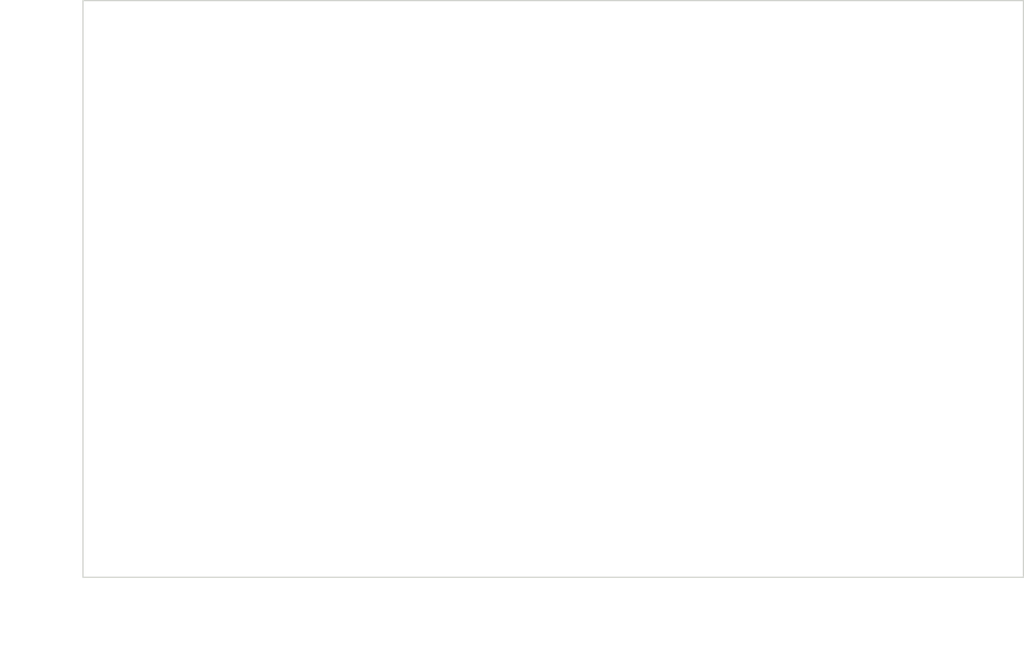
<source format=kicad_pcb>
(kicad_pcb (version 20171130) (host pcbnew "(5.1.0)-1")

  (general
    (thickness 1.6)
    (drawings 16)
    (tracks 0)
    (zones 0)
    (modules 0)
    (nets 1)
  )

  (page A4)
  (layers
    (0 F.Cu signal)
    (31 B.Cu signal)
    (32 B.Adhes user)
    (33 F.Adhes user)
    (34 B.Paste user)
    (35 F.Paste user)
    (36 B.SilkS user)
    (37 F.SilkS user)
    (38 B.Mask user)
    (39 F.Mask user)
    (40 Dwgs.User user)
    (41 Cmts.User user)
    (42 Eco1.User user)
    (43 Eco2.User user)
    (44 Edge.Cuts user)
    (45 Margin user)
    (46 B.CrtYd user)
    (47 F.CrtYd user)
    (48 B.Fab user)
    (49 F.Fab user)
  )

  (setup
    (last_trace_width 0.25)
    (trace_clearance 0.2)
    (zone_clearance 0.508)
    (zone_45_only no)
    (trace_min 0.2)
    (via_size 0.8)
    (via_drill 0.4)
    (via_min_size 0.4)
    (via_min_drill 0.3)
    (uvia_size 0.3)
    (uvia_drill 0.1)
    (uvias_allowed no)
    (uvia_min_size 0.2)
    (uvia_min_drill 0.1)
    (edge_width 0.05)
    (segment_width 0.2)
    (pcb_text_width 0.3)
    (pcb_text_size 1.5 1.5)
    (mod_edge_width 0.12)
    (mod_text_size 1 1)
    (mod_text_width 0.15)
    (pad_size 1.524 1.524)
    (pad_drill 0.762)
    (pad_to_mask_clearance 0.051)
    (solder_mask_min_width 0.25)
    (aux_axis_origin 0 0)
    (visible_elements FFFFFF7F)
    (pcbplotparams
      (layerselection 0x010fc_ffffffff)
      (usegerberextensions false)
      (usegerberattributes false)
      (usegerberadvancedattributes false)
      (creategerberjobfile false)
      (excludeedgelayer true)
      (linewidth 0.152400)
      (plotframeref false)
      (viasonmask false)
      (mode 1)
      (useauxorigin false)
      (hpglpennumber 1)
      (hpglpenspeed 20)
      (hpglpendiameter 15.000000)
      (psnegative false)
      (psa4output false)
      (plotreference true)
      (plotvalue true)
      (plotinvisibletext false)
      (padsonsilk false)
      (subtractmaskfromsilk false)
      (outputformat 1)
      (mirror false)
      (drillshape 1)
      (scaleselection 1)
      (outputdirectory ""))
  )

  (net 0 "")

  (net_class Default "This is the default net class."
    (clearance 0.2)
    (trace_width 0.25)
    (via_dia 0.8)
    (via_drill 0.4)
    (uvia_dia 0.3)
    (uvia_drill 0.1)
  )

  (gr_line (start 229.017605 36.035904) (end 70.017605 36.035904) (layer Edge.Cuts) (width 0.2))
  (gr_line (start 70.017605 36.035904) (end 70.017605 133.535904) (layer Edge.Cuts) (width 0.2))
  (gr_line (start 70.017605 133.535904) (end 229.017605 133.535904) (layer Edge.Cuts) (width 0.2))
  (gr_line (start 229.017605 133.535904) (end 229.017605 36.035904) (layer Edge.Cuts) (width 0.2))
  (gr_text [3.84] (at 60.017605 65.425366) (layer Dwgs.User)
    (effects (font (size 1.7 1.53) (thickness 0.2125)))
  )
  (gr_text " 97.50" (at 60.017605 61.86793) (layer Dwgs.User)
    (effects (font (size 1.7 1.53) (thickness 0.2125)))
  )
  (gr_line (start 60.017605 131.535904) (end 60.017605 67.09334) (layer Dwgs.User) (width 0.2))
  (gr_line (start 60.017605 38.035904) (end 60.017605 59.978469) (layer Dwgs.User) (width 0.2))
  (gr_line (start 69.017605 133.535904) (end 56.842605 133.535904) (layer Dwgs.User) (width 0.2))
  (gr_line (start 69.017605 36.035904) (end 56.842605 36.035904) (layer Dwgs.User) (width 0.2))
  (gr_text [6.26] (at 150.29891 143.580253) (layer Dwgs.User)
    (effects (font (size 1.7 1.53) (thickness 0.2125)))
  )
  (gr_text " 159.00" (at 150.29891 140.022818) (layer Dwgs.User)
    (effects (font (size 1.7 1.53) (thickness 0.2125)))
  )
  (gr_line (start 227.017605 141.690792) (end 155.003924 141.690792) (layer Dwgs.User) (width 0.2))
  (gr_line (start 72.017605 141.690792) (end 145.593897 141.690792) (layer Dwgs.User) (width 0.2))
  (gr_line (start 229.017605 134.535904) (end 229.017605 144.865792) (layer Dwgs.User) (width 0.2))
  (gr_line (start 70.017605 134.535904) (end 70.017605 144.865792) (layer Dwgs.User) (width 0.2))

)

</source>
